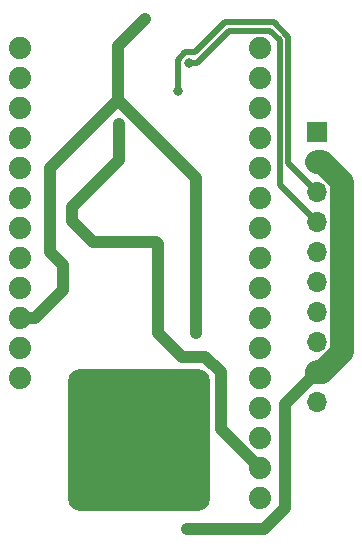
<source format=gbr>
%TF.GenerationSoftware,KiCad,Pcbnew,7.0.9*%
%TF.CreationDate,2024-02-09T11:23:59-05:00*%
%TF.ProjectId,BREAD_Loaf,42524541-445f-44c6-9f61-662e6b696361,rev?*%
%TF.SameCoordinates,PX2fdfdc0PY36746e0*%
%TF.FileFunction,Copper,L1,Top*%
%TF.FilePolarity,Positive*%
%FSLAX46Y46*%
G04 Gerber Fmt 4.6, Leading zero omitted, Abs format (unit mm)*
G04 Created by KiCad (PCBNEW 7.0.9) date 2024-02-09 11:23:59*
%MOMM*%
%LPD*%
G01*
G04 APERTURE LIST*
G04 Aperture macros list*
%AMRoundRect*
0 Rectangle with rounded corners*
0 $1 Rounding radius*
0 $2 $3 $4 $5 $6 $7 $8 $9 X,Y pos of 4 corners*
0 Add a 4 corners polygon primitive as box body*
4,1,4,$2,$3,$4,$5,$6,$7,$8,$9,$2,$3,0*
0 Add four circle primitives for the rounded corners*
1,1,$1+$1,$2,$3*
1,1,$1+$1,$4,$5*
1,1,$1+$1,$6,$7*
1,1,$1+$1,$8,$9*
0 Add four rect primitives between the rounded corners*
20,1,$1+$1,$2,$3,$4,$5,0*
20,1,$1+$1,$4,$5,$6,$7,0*
20,1,$1+$1,$6,$7,$8,$9,0*
20,1,$1+$1,$8,$9,$2,$3,0*%
G04 Aperture macros list end*
%TA.AperFunction,ComponentPad*%
%ADD10C,1.879600*%
%TD*%
%TA.AperFunction,SMDPad,CuDef*%
%ADD11RoundRect,1.000000X-5.000000X-5.000000X5.000000X-5.000000X5.000000X5.000000X-5.000000X5.000000X0*%
%TD*%
%TA.AperFunction,ComponentPad*%
%ADD12R,1.700000X1.700000*%
%TD*%
%TA.AperFunction,ComponentPad*%
%ADD13O,1.700000X1.700000*%
%TD*%
%TA.AperFunction,ViaPad*%
%ADD14C,0.800000*%
%TD*%
%TA.AperFunction,ViaPad*%
%ADD15C,0.500000*%
%TD*%
%TA.AperFunction,Conductor*%
%ADD16C,1.000000*%
%TD*%
%TA.AperFunction,Conductor*%
%ADD17C,0.500000*%
%TD*%
%TA.AperFunction,Conductor*%
%ADD18C,2.000000*%
%TD*%
G04 APERTURE END LIST*
D10*
%TO.P,J2,1,SDA*%
%TO.N,/SDA_3.3V*%
X4500000Y-22650000D03*
%TO.P,J2,2,SCL*%
%TO.N,/SCL_3.3V*%
X4500000Y-25190000D03*
%TO.P,J2,3,GPIO6*%
%TO.N,/04_3.3V*%
X4500000Y-27730000D03*
%TO.P,J2,4,GPIO5*%
%TO.N,/06_3.3V*%
X4500000Y-30270000D03*
%TO.P,J2,5,GPIO4*%
%TO.N,/08_3.3V*%
X4500000Y-32810000D03*
%TO.P,J2,6,GPIO3*%
%TO.N,/SYNC_3.3V*%
X4500000Y-35350000D03*
%TO.P,J2,7,GPIO2*%
%TO.N,/INT_3.3V*%
X4500000Y-37890000D03*
%TO.P,J2,8,GPIO1*%
%TO.N,/E_STOP_3.3V*%
X4500000Y-40430000D03*
%TO.P,J2,9,GPIO0*%
%TO.N,/LED_3.3V*%
X4500000Y-42970000D03*
%TO.P,J2,10,V_USB*%
%TO.N,+5V*%
X4500000Y-45510000D03*
%TO.P,J2,11,EN*%
%TO.N,unconnected-(J2-EN-Pad11)*%
X4500000Y-48050000D03*
%TO.P,J2,12,V_BATT*%
%TO.N,unconnected-(J2-V_BATT-Pad12)*%
X4500000Y-50590000D03*
%TO.P,J2,13,FREEBIE*%
%TO.N,unconnected-(J2-FREEBIE-Pad13)*%
X24820000Y-22650000D03*
%TO.P,J2,14,TX*%
%TO.N,/TX_3.3V*%
X24820000Y-25190000D03*
%TO.P,J2,15,RX*%
%TO.N,/RX_3.3V*%
X24820000Y-27730000D03*
%TO.P,J2,16,POCI*%
%TO.N,/POCI_3.3V*%
X24820000Y-30270000D03*
%TO.P,J2,17,PICO*%
%TO.N,/PICO_3.3V*%
X24820000Y-32810000D03*
%TO.P,J2,18,SCK*%
%TO.N,/SCK_3.3V*%
X24820000Y-35350000D03*
%TO.P,J2,19,A5*%
%TO.N,/A5_3.3V*%
X24820000Y-37890000D03*
%TO.P,J2,20,A4*%
%TO.N,/A4_3.3V*%
X24820000Y-40430000D03*
%TO.P,J2,21,A3*%
%TO.N,/A3_3.3V*%
X24820000Y-42970000D03*
%TO.P,J2,22,A2*%
%TO.N,/A2_3.3V*%
X24820000Y-45510000D03*
%TO.P,J2,23,A1*%
%TO.N,/A1_3.3V*%
X24820000Y-48050000D03*
%TO.P,J2,24,A0*%
%TO.N,/A0_3.3V*%
X24820000Y-50590000D03*
%TO.P,J2,25,GND*%
%TO.N,GND*%
X24820000Y-53130000D03*
%TO.P,J2,26,AREF/NC*%
%TO.N,unconnected-(J2-AREF{slash}NC-Pad26)*%
X24820000Y-55670000D03*
%TO.P,J2,27,3.3V*%
%TO.N,+3.3V*%
X24820000Y-58210000D03*
%TO.P,J2,28,~{RESET}*%
%TO.N,unconnected-(J2-~{RESET}-Pad28)*%
X24820000Y-60750000D03*
%TD*%
D11*
%TO.P,HS1,1*%
%TO.N,GND*%
X14566750Y-55850000D03*
%TD*%
D12*
%TO.P,J6,1,1*%
%TO.N,GND*%
X29700000Y-29800000D03*
D13*
%TO.P,J6,2,2*%
%TO.N,+12V*%
X29700000Y-32340000D03*
%TO.P,J6,3,3*%
%TO.N,/SCL_5V*%
X29700000Y-34880000D03*
%TO.P,J6,4,4*%
%TO.N,/SDA_5V*%
X29700000Y-37420000D03*
%TO.P,J6,5,5*%
%TO.N,GND*%
X29700000Y-39960000D03*
%TO.P,J6,6,6*%
%TO.N,/E_STOP_5V*%
X29700000Y-42500000D03*
%TO.P,J6,7,7*%
%TO.N,/INT_5V*%
X29700000Y-45040000D03*
%TO.P,J6,8,8*%
%TO.N,/SYNC_5V*%
X29700000Y-47580000D03*
%TO.P,J6,9,9*%
%TO.N,+12V*%
X29700000Y-50120000D03*
%TO.P,J6,10,10*%
%TO.N,GND*%
X29700000Y-52660000D03*
%TD*%
D14*
%TO.N,+12V*%
X18700000Y-63400000D03*
%TO.N,GND*%
X19700000Y-50700000D03*
X15800000Y-61000000D03*
X19800000Y-54000000D03*
X9100000Y-59300000D03*
X9100000Y-56400000D03*
X9100000Y-51400000D03*
%TO.N,+5V*%
X19400000Y-39224500D03*
X19400000Y-43024500D03*
X19400000Y-46824500D03*
%TO.N,+3.3V*%
X16200000Y-46800000D03*
X16200000Y-43000000D03*
X16162500Y-39191921D03*
X8900000Y-37300000D03*
X12864707Y-31674500D03*
X12864707Y-29074500D03*
%TO.N,+5V*%
X8200000Y-41075252D03*
X12800000Y-26474500D03*
X12799924Y-23543585D03*
X15100000Y-20200000D03*
%TO.N,/SCL_5V*%
X17899312Y-26300688D03*
%TO.N,/SDA_5V*%
X18849500Y-23900000D03*
D15*
%TO.N,GND*%
X13400000Y-59250000D03*
X15700000Y-59250000D03*
X14600000Y-58450000D03*
X14600000Y-57150000D03*
X15000000Y-56250000D03*
X15900000Y-56250000D03*
X17000000Y-53550000D03*
%TD*%
D16*
%TO.N,+12V*%
X25196135Y-63400000D02*
X18700000Y-63400000D01*
X26959800Y-52840200D02*
X26959800Y-61636335D01*
X29680000Y-50120000D02*
X26959800Y-52840200D01*
X29700000Y-50120000D02*
X29680000Y-50120000D01*
X26959800Y-61636335D02*
X25196135Y-63400000D01*
D17*
%TO.N,/SDA_5V*%
X26532262Y-22022212D02*
X26532262Y-34252262D01*
X25710050Y-21200000D02*
X26532262Y-22022212D01*
X22200000Y-21200000D02*
X25710050Y-21200000D01*
X26532262Y-34252262D02*
X29700000Y-37420000D01*
X19500000Y-23900000D02*
X22200000Y-21200000D01*
X18849500Y-23900000D02*
X19500000Y-23900000D01*
%TO.N,/SCL_5V*%
X26000000Y-20500000D02*
X27232262Y-21732262D01*
X19360051Y-23050000D02*
X21910051Y-20500000D01*
X21910051Y-20500000D02*
X26000000Y-20500000D01*
X27232262Y-21732262D02*
X27232262Y-32412262D01*
X18497418Y-23050000D02*
X19360051Y-23050000D01*
X27232262Y-32412262D02*
X29700000Y-34880000D01*
X17899312Y-23648106D02*
X18497418Y-23050000D01*
X17899312Y-26300688D02*
X17899312Y-23648106D01*
D18*
%TO.N,+12V*%
X30059138Y-50120000D02*
X29700000Y-50120000D01*
X30059138Y-32340000D02*
X31750000Y-34030862D01*
X31750000Y-34030862D02*
X31750000Y-48429138D01*
X31750000Y-48429138D02*
X30059138Y-50120000D01*
X29700000Y-32340000D02*
X30059138Y-32340000D01*
D16*
%TO.N,+5V*%
X12800000Y-22500000D02*
X14600000Y-20700000D01*
X12800000Y-25300000D02*
X12800000Y-22500000D01*
X8200000Y-41075252D02*
X7100000Y-39975252D01*
X12800000Y-27100000D02*
X12800000Y-25300000D01*
X7100000Y-32800000D02*
X12800000Y-27100000D01*
X7100000Y-39975252D02*
X7100000Y-32800000D01*
%TO.N,+3.3V*%
X8900000Y-36100000D02*
X8900000Y-37300000D01*
X12864707Y-32135293D02*
X8900000Y-36100000D01*
X12864707Y-29074500D02*
X12864707Y-32135293D01*
X10700000Y-39100000D02*
X8900000Y-37300000D01*
X16070579Y-39100000D02*
X10700000Y-39100000D01*
X16162500Y-39191921D02*
X16070579Y-39100000D01*
X16162500Y-39191921D02*
X16200000Y-39229421D01*
X16200000Y-39229421D02*
X16200000Y-43000000D01*
%TO.N,+5V*%
X19400000Y-43024500D02*
X19400000Y-46824500D01*
X19400000Y-39224500D02*
X19400000Y-43024500D01*
X19400000Y-33674500D02*
X12800000Y-27074500D01*
X19400000Y-39224500D02*
X19400000Y-33674500D01*
%TO.N,+3.3V*%
X23170200Y-56570200D02*
X23180200Y-56570200D01*
X21500000Y-54900000D02*
X23170200Y-56570200D01*
X20200000Y-48800000D02*
X21500000Y-50100000D01*
X23180200Y-56570200D02*
X24820000Y-58210000D01*
X16200000Y-46800000D02*
X18200000Y-48800000D01*
X18200000Y-48800000D02*
X20200000Y-48800000D01*
X21500000Y-50100000D02*
X21500000Y-54900000D01*
X16200000Y-43000000D02*
X16200000Y-46800000D01*
%TO.N,+5V*%
X8200000Y-41075252D02*
X8200000Y-43139077D01*
X8200000Y-43139077D02*
X5829077Y-45510000D01*
X5829077Y-45510000D02*
X4500000Y-45510000D01*
X14600000Y-20700000D02*
X15100000Y-20200000D01*
%TD*%
M02*

</source>
